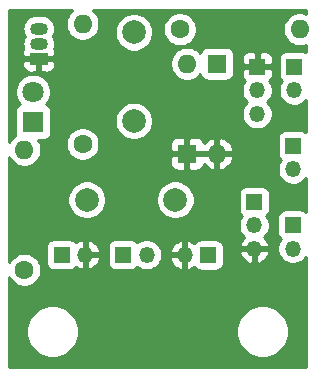
<source format=gbr>
%TF.GenerationSoftware,KiCad,Pcbnew,(5.1.6)-1*%
%TF.CreationDate,2020-10-05T12:27:53-05:00*%
%TF.ProjectId,Distortion,44697374-6f72-4746-996f-6e2e6b696361,rev?*%
%TF.SameCoordinates,Original*%
%TF.FileFunction,Copper,L2,Bot*%
%TF.FilePolarity,Positive*%
%FSLAX46Y46*%
G04 Gerber Fmt 4.6, Leading zero omitted, Abs format (unit mm)*
G04 Created by KiCad (PCBNEW (5.1.6)-1) date 2020-10-05 12:27:53*
%MOMM*%
%LPD*%
G01*
G04 APERTURE LIST*
%TA.AperFunction,ComponentPad*%
%ADD10O,1.350000X1.350000*%
%TD*%
%TA.AperFunction,ComponentPad*%
%ADD11R,1.350000X1.350000*%
%TD*%
%TA.AperFunction,ComponentPad*%
%ADD12C,2.000000*%
%TD*%
%TA.AperFunction,ComponentPad*%
%ADD13R,1.600000X1.600000*%
%TD*%
%TA.AperFunction,ComponentPad*%
%ADD14O,1.600000X1.600000*%
%TD*%
%TA.AperFunction,ComponentPad*%
%ADD15O,1.500000X1.050000*%
%TD*%
%TA.AperFunction,ComponentPad*%
%ADD16R,1.500000X1.050000*%
%TD*%
%TA.AperFunction,ComponentPad*%
%ADD17C,1.600000*%
%TD*%
%TA.AperFunction,ComponentPad*%
%ADD18R,1.800000X1.800000*%
%TD*%
%TA.AperFunction,ComponentPad*%
%ADD19C,1.800000*%
%TD*%
%TA.AperFunction,Conductor*%
%ADD20C,0.254000*%
%TD*%
G04 APERTURE END LIST*
D10*
%TO.P,Pot2,3*%
%TO.N,GND*%
X144068800Y-105396800D03*
%TO.P,Pot2,2*%
%TO.N,Net-(Pot2-Pad2)*%
X144068800Y-103396800D03*
D11*
%TO.P,Pot2,1*%
%TO.N,Net-(C2-Pad1)*%
X144068800Y-101396800D03*
%TD*%
%TO.P,BT1,1*%
%TO.N,Net-(BT1-Pad1)*%
X147447000Y-89966800D03*
D10*
%TO.P,BT1,2*%
%TO.N,Net-(BT1-Pad2)*%
X147447000Y-91966800D03*
%TD*%
D12*
%TO.P,C1,2*%
%TO.N,Net-(C1-Pad2)*%
X137395600Y-101244400D03*
%TO.P,C1,1*%
%TO.N,Net-(C1-Pad1)*%
X129895600Y-101244400D03*
%TD*%
%TO.P,C2,1*%
%TO.N,Net-(C2-Pad1)*%
X133883400Y-94564200D03*
%TO.P,C2,2*%
%TO.N,Net-(C2-Pad2)*%
X133883400Y-87064200D03*
%TD*%
D13*
%TO.P,D1,1*%
%TO.N,Net-(C2-Pad1)*%
X140919200Y-89712800D03*
D14*
%TO.P,D1,2*%
%TO.N,GND*%
X140919200Y-97332800D03*
%TD*%
%TO.P,D2,2*%
%TO.N,Net-(C2-Pad1)*%
X138379200Y-89712800D03*
D13*
%TO.P,D2,1*%
%TO.N,GND*%
X138379200Y-97332800D03*
%TD*%
D11*
%TO.P,J1,1*%
%TO.N,GND*%
X144322800Y-89966800D03*
D10*
%TO.P,J1,2*%
%TO.N,Net-(BT1-Pad2)*%
X144322800Y-91966800D03*
%TO.P,J1,3*%
%TO.N,Net-(J1-Pad3)*%
X144322800Y-93966800D03*
%TD*%
D11*
%TO.P,J2,1*%
%TO.N,Net-(J2-Pad1)*%
X140182600Y-105918000D03*
D10*
%TO.P,J2,2*%
%TO.N,GND*%
X138182600Y-105918000D03*
%TD*%
D15*
%TO.P,Q1,2*%
%TO.N,Net-(C1-Pad1)*%
X125831600Y-88036400D03*
%TO.P,Q1,3*%
%TO.N,Net-(C2-Pad2)*%
X125831600Y-86766400D03*
D16*
%TO.P,Q1,1*%
%TO.N,GND*%
X125831600Y-89306400D03*
%TD*%
D14*
%TO.P,R1,2*%
%TO.N,Net-(C2-Pad2)*%
X129540000Y-86360000D03*
D17*
%TO.P,R1,1*%
%TO.N,Net-(C1-Pad1)*%
X129540000Y-96520000D03*
%TD*%
%TO.P,R2,1*%
%TO.N,Net-(C2-Pad2)*%
X137769600Y-86817200D03*
D14*
%TO.P,R2,2*%
%TO.N,Net-(BT1-Pad1)*%
X147929600Y-86817200D03*
%TD*%
D11*
%TO.P,Pot1,1*%
%TO.N,Net-(C1-Pad2)*%
X132969000Y-105892600D03*
D10*
%TO.P,Pot1,2*%
%TO.N,Net-(Pot1-Pad2)*%
X134969000Y-105892600D03*
%TD*%
%TO.P,SW1,2*%
%TO.N,Net-(Pot1-Pad2)*%
X147370800Y-98672400D03*
D11*
%TO.P,SW1,1*%
%TO.N,Net-(J1-Pad3)*%
X147370800Y-96672400D03*
%TD*%
D10*
%TO.P,SW2,2*%
%TO.N,Net-(J2-Pad1)*%
X147345400Y-105378000D03*
D11*
%TO.P,SW2,1*%
%TO.N,Net-(Pot2-Pad2)*%
X147345400Y-103378000D03*
%TD*%
D18*
%TO.P,D3,1*%
%TO.N,Net-(D3-Pad1)*%
X125349000Y-94640400D03*
D19*
%TO.P,D3,2*%
%TO.N,Net-(D3-Pad2)*%
X125349000Y-92100400D03*
%TD*%
D17*
%TO.P,R3,1*%
%TO.N,Net-(BT1-Pad1)*%
X124612400Y-107162600D03*
D14*
%TO.P,R3,2*%
%TO.N,Net-(D3-Pad2)*%
X124612400Y-97002600D03*
%TD*%
D11*
%TO.P,SW3,1*%
%TO.N,Net-(D3-Pad1)*%
X127762000Y-105892600D03*
D10*
%TO.P,SW3,2*%
%TO.N,GND*%
X129762000Y-105892600D03*
%TD*%
D20*
%TO.N,GND*%
G36*
X128625241Y-85245363D02*
G01*
X128425363Y-85445241D01*
X128268320Y-85680273D01*
X128160147Y-85941426D01*
X128105000Y-86218665D01*
X128105000Y-86501335D01*
X128160147Y-86778574D01*
X128268320Y-87039727D01*
X128425363Y-87274759D01*
X128625241Y-87474637D01*
X128860273Y-87631680D01*
X129121426Y-87739853D01*
X129398665Y-87795000D01*
X129681335Y-87795000D01*
X129958574Y-87739853D01*
X130219727Y-87631680D01*
X130454759Y-87474637D01*
X130654637Y-87274759D01*
X130811680Y-87039727D01*
X130868244Y-86903167D01*
X132248400Y-86903167D01*
X132248400Y-87225233D01*
X132311232Y-87541112D01*
X132434482Y-87838663D01*
X132613413Y-88106452D01*
X132841148Y-88334187D01*
X133108937Y-88513118D01*
X133406488Y-88636368D01*
X133722367Y-88699200D01*
X134044433Y-88699200D01*
X134360312Y-88636368D01*
X134657863Y-88513118D01*
X134925652Y-88334187D01*
X135153387Y-88106452D01*
X135332318Y-87838663D01*
X135455568Y-87541112D01*
X135518400Y-87225233D01*
X135518400Y-86903167D01*
X135473187Y-86675865D01*
X136334600Y-86675865D01*
X136334600Y-86958535D01*
X136389747Y-87235774D01*
X136497920Y-87496927D01*
X136654963Y-87731959D01*
X136854841Y-87931837D01*
X137089873Y-88088880D01*
X137351026Y-88197053D01*
X137628265Y-88252200D01*
X137910935Y-88252200D01*
X138188174Y-88197053D01*
X138449327Y-88088880D01*
X138684359Y-87931837D01*
X138884237Y-87731959D01*
X139041280Y-87496927D01*
X139149453Y-87235774D01*
X139204600Y-86958535D01*
X139204600Y-86675865D01*
X139149453Y-86398626D01*
X139041280Y-86137473D01*
X138884237Y-85902441D01*
X138684359Y-85702563D01*
X138449327Y-85545520D01*
X138188174Y-85437347D01*
X137910935Y-85382200D01*
X137628265Y-85382200D01*
X137351026Y-85437347D01*
X137089873Y-85545520D01*
X136854841Y-85702563D01*
X136654963Y-85902441D01*
X136497920Y-86137473D01*
X136389747Y-86398626D01*
X136334600Y-86675865D01*
X135473187Y-86675865D01*
X135455568Y-86587288D01*
X135332318Y-86289737D01*
X135153387Y-86021948D01*
X134925652Y-85794213D01*
X134657863Y-85615282D01*
X134360312Y-85492032D01*
X134044433Y-85429200D01*
X133722367Y-85429200D01*
X133406488Y-85492032D01*
X133108937Y-85615282D01*
X132841148Y-85794213D01*
X132613413Y-86021948D01*
X132434482Y-86289737D01*
X132311232Y-86587288D01*
X132248400Y-86903167D01*
X130868244Y-86903167D01*
X130919853Y-86778574D01*
X130975000Y-86501335D01*
X130975000Y-86218665D01*
X130919853Y-85941426D01*
X130811680Y-85680273D01*
X130654637Y-85445241D01*
X130454759Y-85245363D01*
X130412311Y-85217000D01*
X148463000Y-85217000D01*
X148463000Y-85484909D01*
X148348174Y-85437347D01*
X148070935Y-85382200D01*
X147788265Y-85382200D01*
X147511026Y-85437347D01*
X147249873Y-85545520D01*
X147014841Y-85702563D01*
X146814963Y-85902441D01*
X146657920Y-86137473D01*
X146549747Y-86398626D01*
X146494600Y-86675865D01*
X146494600Y-86958535D01*
X146549747Y-87235774D01*
X146657920Y-87496927D01*
X146814963Y-87731959D01*
X147014841Y-87931837D01*
X147249873Y-88088880D01*
X147511026Y-88197053D01*
X147788265Y-88252200D01*
X148070935Y-88252200D01*
X148348174Y-88197053D01*
X148463000Y-88149491D01*
X148463000Y-88754050D01*
X148366180Y-88702298D01*
X148246482Y-88665988D01*
X148122000Y-88653728D01*
X146772000Y-88653728D01*
X146647518Y-88665988D01*
X146527820Y-88702298D01*
X146417506Y-88761263D01*
X146320815Y-88840615D01*
X146241463Y-88937306D01*
X146182498Y-89047620D01*
X146146188Y-89167318D01*
X146133928Y-89291800D01*
X146133928Y-90641800D01*
X146146188Y-90766282D01*
X146182498Y-90885980D01*
X146241463Y-90996294D01*
X146320815Y-91092985D01*
X146407697Y-91164287D01*
X146286093Y-91346282D01*
X146187342Y-91584687D01*
X146137000Y-91837776D01*
X146137000Y-92095824D01*
X146187342Y-92348913D01*
X146286093Y-92587318D01*
X146429456Y-92801877D01*
X146611923Y-92984344D01*
X146826482Y-93127707D01*
X147064887Y-93226458D01*
X147317976Y-93276800D01*
X147576024Y-93276800D01*
X147829113Y-93226458D01*
X148067518Y-93127707D01*
X148282077Y-92984344D01*
X148463000Y-92803421D01*
X148463000Y-95518324D01*
X148400294Y-95466863D01*
X148289980Y-95407898D01*
X148170282Y-95371588D01*
X148045800Y-95359328D01*
X146695800Y-95359328D01*
X146571318Y-95371588D01*
X146451620Y-95407898D01*
X146341306Y-95466863D01*
X146244615Y-95546215D01*
X146165263Y-95642906D01*
X146106298Y-95753220D01*
X146069988Y-95872918D01*
X146057728Y-95997400D01*
X146057728Y-97347400D01*
X146069988Y-97471882D01*
X146106298Y-97591580D01*
X146165263Y-97701894D01*
X146244615Y-97798585D01*
X146331497Y-97869887D01*
X146209893Y-98051882D01*
X146111142Y-98290287D01*
X146060800Y-98543376D01*
X146060800Y-98801424D01*
X146111142Y-99054513D01*
X146209893Y-99292918D01*
X146353256Y-99507477D01*
X146535723Y-99689944D01*
X146750282Y-99833307D01*
X146988687Y-99932058D01*
X147241776Y-99982400D01*
X147499824Y-99982400D01*
X147752913Y-99932058D01*
X147991318Y-99833307D01*
X148205877Y-99689944D01*
X148388344Y-99507477D01*
X148463000Y-99395746D01*
X148463000Y-102244769D01*
X148374894Y-102172463D01*
X148264580Y-102113498D01*
X148144882Y-102077188D01*
X148020400Y-102064928D01*
X146670400Y-102064928D01*
X146545918Y-102077188D01*
X146426220Y-102113498D01*
X146315906Y-102172463D01*
X146219215Y-102251815D01*
X146139863Y-102348506D01*
X146080898Y-102458820D01*
X146044588Y-102578518D01*
X146032328Y-102703000D01*
X146032328Y-104053000D01*
X146044588Y-104177482D01*
X146080898Y-104297180D01*
X146139863Y-104407494D01*
X146219215Y-104504185D01*
X146306097Y-104575487D01*
X146184493Y-104757482D01*
X146085742Y-104995887D01*
X146035400Y-105248976D01*
X146035400Y-105507024D01*
X146085742Y-105760113D01*
X146184493Y-105998518D01*
X146327856Y-106213077D01*
X146510323Y-106395544D01*
X146724882Y-106538907D01*
X146963287Y-106637658D01*
X147216376Y-106688000D01*
X147474424Y-106688000D01*
X147727513Y-106637658D01*
X147965918Y-106538907D01*
X148180477Y-106395544D01*
X148362944Y-106213077D01*
X148463000Y-106063332D01*
X148463000Y-115443000D01*
X123317000Y-115443000D01*
X123317000Y-112174872D01*
X124765000Y-112174872D01*
X124765000Y-112615128D01*
X124850890Y-113046925D01*
X125019369Y-113453669D01*
X125263962Y-113819729D01*
X125575271Y-114131038D01*
X125941331Y-114375631D01*
X126348075Y-114544110D01*
X126779872Y-114630000D01*
X127220128Y-114630000D01*
X127651925Y-114544110D01*
X128058669Y-114375631D01*
X128424729Y-114131038D01*
X128736038Y-113819729D01*
X128980631Y-113453669D01*
X129149110Y-113046925D01*
X129235000Y-112615128D01*
X129235000Y-112174872D01*
X142545000Y-112174872D01*
X142545000Y-112615128D01*
X142630890Y-113046925D01*
X142799369Y-113453669D01*
X143043962Y-113819729D01*
X143355271Y-114131038D01*
X143721331Y-114375631D01*
X144128075Y-114544110D01*
X144559872Y-114630000D01*
X145000128Y-114630000D01*
X145431925Y-114544110D01*
X145838669Y-114375631D01*
X146204729Y-114131038D01*
X146516038Y-113819729D01*
X146760631Y-113453669D01*
X146929110Y-113046925D01*
X147015000Y-112615128D01*
X147015000Y-112174872D01*
X146929110Y-111743075D01*
X146760631Y-111336331D01*
X146516038Y-110970271D01*
X146204729Y-110658962D01*
X145838669Y-110414369D01*
X145431925Y-110245890D01*
X145000128Y-110160000D01*
X144559872Y-110160000D01*
X144128075Y-110245890D01*
X143721331Y-110414369D01*
X143355271Y-110658962D01*
X143043962Y-110970271D01*
X142799369Y-111336331D01*
X142630890Y-111743075D01*
X142545000Y-112174872D01*
X129235000Y-112174872D01*
X129149110Y-111743075D01*
X128980631Y-111336331D01*
X128736038Y-110970271D01*
X128424729Y-110658962D01*
X128058669Y-110414369D01*
X127651925Y-110245890D01*
X127220128Y-110160000D01*
X126779872Y-110160000D01*
X126348075Y-110245890D01*
X125941331Y-110414369D01*
X125575271Y-110658962D01*
X125263962Y-110970271D01*
X125019369Y-111336331D01*
X124850890Y-111743075D01*
X124765000Y-112174872D01*
X123317000Y-112174872D01*
X123317000Y-107785062D01*
X123340720Y-107842327D01*
X123497763Y-108077359D01*
X123697641Y-108277237D01*
X123932673Y-108434280D01*
X124193826Y-108542453D01*
X124471065Y-108597600D01*
X124753735Y-108597600D01*
X125030974Y-108542453D01*
X125292127Y-108434280D01*
X125527159Y-108277237D01*
X125727037Y-108077359D01*
X125884080Y-107842327D01*
X125992253Y-107581174D01*
X126047400Y-107303935D01*
X126047400Y-107021265D01*
X125992253Y-106744026D01*
X125884080Y-106482873D01*
X125727037Y-106247841D01*
X125527159Y-106047963D01*
X125292127Y-105890920D01*
X125030974Y-105782747D01*
X124753735Y-105727600D01*
X124471065Y-105727600D01*
X124193826Y-105782747D01*
X123932673Y-105890920D01*
X123697641Y-106047963D01*
X123497763Y-106247841D01*
X123340720Y-106482873D01*
X123317000Y-106540138D01*
X123317000Y-105217600D01*
X126448928Y-105217600D01*
X126448928Y-106567600D01*
X126461188Y-106692082D01*
X126497498Y-106811780D01*
X126556463Y-106922094D01*
X126635815Y-107018785D01*
X126732506Y-107098137D01*
X126842820Y-107157102D01*
X126962518Y-107193412D01*
X127087000Y-107205672D01*
X128437000Y-107205672D01*
X128561482Y-107193412D01*
X128681180Y-107157102D01*
X128791494Y-107098137D01*
X128888185Y-107018785D01*
X128965119Y-106925041D01*
X129098371Y-107022073D01*
X129331472Y-107129838D01*
X129432600Y-107160510D01*
X129635000Y-107036824D01*
X129635000Y-106019600D01*
X129889000Y-106019600D01*
X129889000Y-107036824D01*
X130091400Y-107160510D01*
X130192528Y-107129838D01*
X130425629Y-107022073D01*
X130633227Y-106870903D01*
X130807344Y-106682137D01*
X130941289Y-106463030D01*
X131029915Y-106222001D01*
X130907085Y-106019600D01*
X129889000Y-106019600D01*
X129635000Y-106019600D01*
X129615000Y-106019600D01*
X129615000Y-105765600D01*
X129635000Y-105765600D01*
X129635000Y-104748376D01*
X129889000Y-104748376D01*
X129889000Y-105765600D01*
X130907085Y-105765600D01*
X131029915Y-105563199D01*
X130941289Y-105322170D01*
X130877364Y-105217600D01*
X131655928Y-105217600D01*
X131655928Y-106567600D01*
X131668188Y-106692082D01*
X131704498Y-106811780D01*
X131763463Y-106922094D01*
X131842815Y-107018785D01*
X131939506Y-107098137D01*
X132049820Y-107157102D01*
X132169518Y-107193412D01*
X132294000Y-107205672D01*
X133644000Y-107205672D01*
X133768482Y-107193412D01*
X133888180Y-107157102D01*
X133998494Y-107098137D01*
X134095185Y-107018785D01*
X134166487Y-106931903D01*
X134348482Y-107053507D01*
X134586887Y-107152258D01*
X134839976Y-107202600D01*
X135098024Y-107202600D01*
X135351113Y-107152258D01*
X135589518Y-107053507D01*
X135804077Y-106910144D01*
X135986544Y-106727677D01*
X136129907Y-106513118D01*
X136228658Y-106274713D01*
X136234090Y-106247401D01*
X136914685Y-106247401D01*
X137003311Y-106488430D01*
X137137256Y-106707537D01*
X137311373Y-106896303D01*
X137518971Y-107047473D01*
X137752072Y-107155238D01*
X137853200Y-107185910D01*
X138055600Y-107062224D01*
X138055600Y-106045000D01*
X137037515Y-106045000D01*
X136914685Y-106247401D01*
X136234090Y-106247401D01*
X136279000Y-106021624D01*
X136279000Y-105763576D01*
X136244196Y-105588599D01*
X136914685Y-105588599D01*
X137037515Y-105791000D01*
X138055600Y-105791000D01*
X138055600Y-104773776D01*
X138309600Y-104773776D01*
X138309600Y-105791000D01*
X138329600Y-105791000D01*
X138329600Y-106045000D01*
X138309600Y-106045000D01*
X138309600Y-107062224D01*
X138512000Y-107185910D01*
X138613128Y-107155238D01*
X138846229Y-107047473D01*
X138979481Y-106950441D01*
X139056415Y-107044185D01*
X139153106Y-107123537D01*
X139263420Y-107182502D01*
X139383118Y-107218812D01*
X139507600Y-107231072D01*
X140857600Y-107231072D01*
X140982082Y-107218812D01*
X141101780Y-107182502D01*
X141212094Y-107123537D01*
X141308785Y-107044185D01*
X141388137Y-106947494D01*
X141447102Y-106837180D01*
X141483412Y-106717482D01*
X141495672Y-106593000D01*
X141495672Y-105726200D01*
X142800890Y-105726200D01*
X142831562Y-105827328D01*
X142939327Y-106060429D01*
X143090497Y-106268027D01*
X143279263Y-106442144D01*
X143498370Y-106576089D01*
X143739399Y-106664715D01*
X143941800Y-106541885D01*
X143941800Y-105523800D01*
X144195800Y-105523800D01*
X144195800Y-106541885D01*
X144398201Y-106664715D01*
X144639230Y-106576089D01*
X144858337Y-106442144D01*
X145047103Y-106268027D01*
X145198273Y-106060429D01*
X145306038Y-105827328D01*
X145336710Y-105726200D01*
X145213024Y-105523800D01*
X144195800Y-105523800D01*
X143941800Y-105523800D01*
X142924576Y-105523800D01*
X142800890Y-105726200D01*
X141495672Y-105726200D01*
X141495672Y-105243000D01*
X141483412Y-105118518D01*
X141447102Y-104998820D01*
X141388137Y-104888506D01*
X141308785Y-104791815D01*
X141212094Y-104712463D01*
X141101780Y-104653498D01*
X140982082Y-104617188D01*
X140857600Y-104604928D01*
X139507600Y-104604928D01*
X139383118Y-104617188D01*
X139263420Y-104653498D01*
X139153106Y-104712463D01*
X139056415Y-104791815D01*
X138979481Y-104885559D01*
X138846229Y-104788527D01*
X138613128Y-104680762D01*
X138512000Y-104650090D01*
X138309600Y-104773776D01*
X138055600Y-104773776D01*
X137853200Y-104650090D01*
X137752072Y-104680762D01*
X137518971Y-104788527D01*
X137311373Y-104939697D01*
X137137256Y-105128463D01*
X137003311Y-105347570D01*
X136914685Y-105588599D01*
X136244196Y-105588599D01*
X136228658Y-105510487D01*
X136129907Y-105272082D01*
X135986544Y-105057523D01*
X135804077Y-104875056D01*
X135589518Y-104731693D01*
X135351113Y-104632942D01*
X135098024Y-104582600D01*
X134839976Y-104582600D01*
X134586887Y-104632942D01*
X134348482Y-104731693D01*
X134166487Y-104853297D01*
X134095185Y-104766415D01*
X133998494Y-104687063D01*
X133888180Y-104628098D01*
X133768482Y-104591788D01*
X133644000Y-104579528D01*
X132294000Y-104579528D01*
X132169518Y-104591788D01*
X132049820Y-104628098D01*
X131939506Y-104687063D01*
X131842815Y-104766415D01*
X131763463Y-104863106D01*
X131704498Y-104973420D01*
X131668188Y-105093118D01*
X131655928Y-105217600D01*
X130877364Y-105217600D01*
X130807344Y-105103063D01*
X130633227Y-104914297D01*
X130425629Y-104763127D01*
X130192528Y-104655362D01*
X130091400Y-104624690D01*
X129889000Y-104748376D01*
X129635000Y-104748376D01*
X129432600Y-104624690D01*
X129331472Y-104655362D01*
X129098371Y-104763127D01*
X128965119Y-104860159D01*
X128888185Y-104766415D01*
X128791494Y-104687063D01*
X128681180Y-104628098D01*
X128561482Y-104591788D01*
X128437000Y-104579528D01*
X127087000Y-104579528D01*
X126962518Y-104591788D01*
X126842820Y-104628098D01*
X126732506Y-104687063D01*
X126635815Y-104766415D01*
X126556463Y-104863106D01*
X126497498Y-104973420D01*
X126461188Y-105093118D01*
X126448928Y-105217600D01*
X123317000Y-105217600D01*
X123317000Y-101083367D01*
X128260600Y-101083367D01*
X128260600Y-101405433D01*
X128323432Y-101721312D01*
X128446682Y-102018863D01*
X128625613Y-102286652D01*
X128853348Y-102514387D01*
X129121137Y-102693318D01*
X129418688Y-102816568D01*
X129734567Y-102879400D01*
X130056633Y-102879400D01*
X130372512Y-102816568D01*
X130670063Y-102693318D01*
X130937852Y-102514387D01*
X131165587Y-102286652D01*
X131344518Y-102018863D01*
X131467768Y-101721312D01*
X131530600Y-101405433D01*
X131530600Y-101083367D01*
X135760600Y-101083367D01*
X135760600Y-101405433D01*
X135823432Y-101721312D01*
X135946682Y-102018863D01*
X136125613Y-102286652D01*
X136353348Y-102514387D01*
X136621137Y-102693318D01*
X136918688Y-102816568D01*
X137234567Y-102879400D01*
X137556633Y-102879400D01*
X137872512Y-102816568D01*
X138170063Y-102693318D01*
X138437852Y-102514387D01*
X138665587Y-102286652D01*
X138844518Y-102018863D01*
X138967768Y-101721312D01*
X139030600Y-101405433D01*
X139030600Y-101083367D01*
X138967768Y-100767488D01*
X138948844Y-100721800D01*
X142755728Y-100721800D01*
X142755728Y-102071800D01*
X142767988Y-102196282D01*
X142804298Y-102315980D01*
X142863263Y-102426294D01*
X142942615Y-102522985D01*
X143029497Y-102594287D01*
X142907893Y-102776282D01*
X142809142Y-103014687D01*
X142758800Y-103267776D01*
X142758800Y-103525824D01*
X142809142Y-103778913D01*
X142907893Y-104017318D01*
X143051256Y-104231877D01*
X143222860Y-104403481D01*
X143090497Y-104525573D01*
X142939327Y-104733171D01*
X142831562Y-104966272D01*
X142800890Y-105067400D01*
X142924576Y-105269800D01*
X143941800Y-105269800D01*
X143941800Y-105249800D01*
X144195800Y-105249800D01*
X144195800Y-105269800D01*
X145213024Y-105269800D01*
X145336710Y-105067400D01*
X145306038Y-104966272D01*
X145198273Y-104733171D01*
X145047103Y-104525573D01*
X144914740Y-104403481D01*
X145086344Y-104231877D01*
X145229707Y-104017318D01*
X145328458Y-103778913D01*
X145378800Y-103525824D01*
X145378800Y-103267776D01*
X145328458Y-103014687D01*
X145229707Y-102776282D01*
X145108103Y-102594287D01*
X145194985Y-102522985D01*
X145274337Y-102426294D01*
X145333302Y-102315980D01*
X145369612Y-102196282D01*
X145381872Y-102071800D01*
X145381872Y-100721800D01*
X145369612Y-100597318D01*
X145333302Y-100477620D01*
X145274337Y-100367306D01*
X145194985Y-100270615D01*
X145098294Y-100191263D01*
X144987980Y-100132298D01*
X144868282Y-100095988D01*
X144743800Y-100083728D01*
X143393800Y-100083728D01*
X143269318Y-100095988D01*
X143149620Y-100132298D01*
X143039306Y-100191263D01*
X142942615Y-100270615D01*
X142863263Y-100367306D01*
X142804298Y-100477620D01*
X142767988Y-100597318D01*
X142755728Y-100721800D01*
X138948844Y-100721800D01*
X138844518Y-100469937D01*
X138665587Y-100202148D01*
X138437852Y-99974413D01*
X138170063Y-99795482D01*
X137872512Y-99672232D01*
X137556633Y-99609400D01*
X137234567Y-99609400D01*
X136918688Y-99672232D01*
X136621137Y-99795482D01*
X136353348Y-99974413D01*
X136125613Y-100202148D01*
X135946682Y-100469937D01*
X135823432Y-100767488D01*
X135760600Y-101083367D01*
X131530600Y-101083367D01*
X131467768Y-100767488D01*
X131344518Y-100469937D01*
X131165587Y-100202148D01*
X130937852Y-99974413D01*
X130670063Y-99795482D01*
X130372512Y-99672232D01*
X130056633Y-99609400D01*
X129734567Y-99609400D01*
X129418688Y-99672232D01*
X129121137Y-99795482D01*
X128853348Y-99974413D01*
X128625613Y-100202148D01*
X128446682Y-100469937D01*
X128323432Y-100767488D01*
X128260600Y-101083367D01*
X123317000Y-101083367D01*
X123317000Y-97625062D01*
X123340720Y-97682327D01*
X123497763Y-97917359D01*
X123697641Y-98117237D01*
X123932673Y-98274280D01*
X124193826Y-98382453D01*
X124471065Y-98437600D01*
X124753735Y-98437600D01*
X125030974Y-98382453D01*
X125292127Y-98274280D01*
X125503867Y-98132800D01*
X136941128Y-98132800D01*
X136953388Y-98257282D01*
X136989698Y-98376980D01*
X137048663Y-98487294D01*
X137128015Y-98583985D01*
X137224706Y-98663337D01*
X137335020Y-98722302D01*
X137454718Y-98758612D01*
X137579200Y-98770872D01*
X138093450Y-98767800D01*
X138252200Y-98609050D01*
X138252200Y-97459800D01*
X138506200Y-97459800D01*
X138506200Y-98609050D01*
X138664950Y-98767800D01*
X139179200Y-98770872D01*
X139303682Y-98758612D01*
X139423380Y-98722302D01*
X139533694Y-98663337D01*
X139630385Y-98583985D01*
X139709737Y-98487294D01*
X139768702Y-98376980D01*
X139805012Y-98257282D01*
X139807431Y-98232720D01*
X139955786Y-98396319D01*
X140181780Y-98563837D01*
X140436113Y-98684046D01*
X140570161Y-98724704D01*
X140792200Y-98602715D01*
X140792200Y-97459800D01*
X141046200Y-97459800D01*
X141046200Y-98602715D01*
X141268239Y-98724704D01*
X141402287Y-98684046D01*
X141656620Y-98563837D01*
X141882614Y-98396319D01*
X142071585Y-98187931D01*
X142216270Y-97946681D01*
X142311109Y-97681840D01*
X142189824Y-97459800D01*
X141046200Y-97459800D01*
X140792200Y-97459800D01*
X138506200Y-97459800D01*
X138252200Y-97459800D01*
X137102950Y-97459800D01*
X136944200Y-97618550D01*
X136941128Y-98132800D01*
X125503867Y-98132800D01*
X125527159Y-98117237D01*
X125727037Y-97917359D01*
X125884080Y-97682327D01*
X125992253Y-97421174D01*
X126047400Y-97143935D01*
X126047400Y-96861265D01*
X125992253Y-96584026D01*
X125907190Y-96378665D01*
X128105000Y-96378665D01*
X128105000Y-96661335D01*
X128160147Y-96938574D01*
X128268320Y-97199727D01*
X128425363Y-97434759D01*
X128625241Y-97634637D01*
X128860273Y-97791680D01*
X129121426Y-97899853D01*
X129398665Y-97955000D01*
X129681335Y-97955000D01*
X129958574Y-97899853D01*
X130219727Y-97791680D01*
X130454759Y-97634637D01*
X130654637Y-97434759D01*
X130811680Y-97199727D01*
X130919853Y-96938574D01*
X130975000Y-96661335D01*
X130975000Y-96532800D01*
X136941128Y-96532800D01*
X136944200Y-97047050D01*
X137102950Y-97205800D01*
X138252200Y-97205800D01*
X138252200Y-96056550D01*
X138506200Y-96056550D01*
X138506200Y-97205800D01*
X140792200Y-97205800D01*
X140792200Y-96062885D01*
X141046200Y-96062885D01*
X141046200Y-97205800D01*
X142189824Y-97205800D01*
X142311109Y-96983760D01*
X142216270Y-96718919D01*
X142071585Y-96477669D01*
X141882614Y-96269281D01*
X141656620Y-96101763D01*
X141402287Y-95981554D01*
X141268239Y-95940896D01*
X141046200Y-96062885D01*
X140792200Y-96062885D01*
X140570161Y-95940896D01*
X140436113Y-95981554D01*
X140181780Y-96101763D01*
X139955786Y-96269281D01*
X139807431Y-96432880D01*
X139805012Y-96408318D01*
X139768702Y-96288620D01*
X139709737Y-96178306D01*
X139630385Y-96081615D01*
X139533694Y-96002263D01*
X139423380Y-95943298D01*
X139303682Y-95906988D01*
X139179200Y-95894728D01*
X138664950Y-95897800D01*
X138506200Y-96056550D01*
X138252200Y-96056550D01*
X138093450Y-95897800D01*
X137579200Y-95894728D01*
X137454718Y-95906988D01*
X137335020Y-95943298D01*
X137224706Y-96002263D01*
X137128015Y-96081615D01*
X137048663Y-96178306D01*
X136989698Y-96288620D01*
X136953388Y-96408318D01*
X136941128Y-96532800D01*
X130975000Y-96532800D01*
X130975000Y-96378665D01*
X130919853Y-96101426D01*
X130811680Y-95840273D01*
X130654637Y-95605241D01*
X130454759Y-95405363D01*
X130219727Y-95248320D01*
X129958574Y-95140147D01*
X129681335Y-95085000D01*
X129398665Y-95085000D01*
X129121426Y-95140147D01*
X128860273Y-95248320D01*
X128625241Y-95405363D01*
X128425363Y-95605241D01*
X128268320Y-95840273D01*
X128160147Y-96101426D01*
X128105000Y-96378665D01*
X125907190Y-96378665D01*
X125884080Y-96322873D01*
X125787595Y-96178472D01*
X126249000Y-96178472D01*
X126373482Y-96166212D01*
X126493180Y-96129902D01*
X126603494Y-96070937D01*
X126700185Y-95991585D01*
X126779537Y-95894894D01*
X126838502Y-95784580D01*
X126874812Y-95664882D01*
X126887072Y-95540400D01*
X126887072Y-94403167D01*
X132248400Y-94403167D01*
X132248400Y-94725233D01*
X132311232Y-95041112D01*
X132434482Y-95338663D01*
X132613413Y-95606452D01*
X132841148Y-95834187D01*
X133108937Y-96013118D01*
X133406488Y-96136368D01*
X133722367Y-96199200D01*
X134044433Y-96199200D01*
X134360312Y-96136368D01*
X134657863Y-96013118D01*
X134925652Y-95834187D01*
X135153387Y-95606452D01*
X135332318Y-95338663D01*
X135455568Y-95041112D01*
X135518400Y-94725233D01*
X135518400Y-94403167D01*
X135455568Y-94087288D01*
X135332318Y-93789737D01*
X135153387Y-93521948D01*
X134925652Y-93294213D01*
X134657863Y-93115282D01*
X134360312Y-92992032D01*
X134044433Y-92929200D01*
X133722367Y-92929200D01*
X133406488Y-92992032D01*
X133108937Y-93115282D01*
X132841148Y-93294213D01*
X132613413Y-93521948D01*
X132434482Y-93789737D01*
X132311232Y-94087288D01*
X132248400Y-94403167D01*
X126887072Y-94403167D01*
X126887072Y-93740400D01*
X126874812Y-93615918D01*
X126838502Y-93496220D01*
X126779537Y-93385906D01*
X126700185Y-93289215D01*
X126603494Y-93209863D01*
X126493180Y-93150898D01*
X126474873Y-93145344D01*
X126541312Y-93078905D01*
X126709299Y-92827495D01*
X126825011Y-92548143D01*
X126884000Y-92251584D01*
X126884000Y-91949216D01*
X126825011Y-91652657D01*
X126709299Y-91373305D01*
X126541312Y-91121895D01*
X126327505Y-90908088D01*
X126076095Y-90740101D01*
X125796743Y-90624389D01*
X125500184Y-90565400D01*
X125197816Y-90565400D01*
X124901257Y-90624389D01*
X124621905Y-90740101D01*
X124370495Y-90908088D01*
X124156688Y-91121895D01*
X123988701Y-91373305D01*
X123872989Y-91652657D01*
X123814000Y-91949216D01*
X123814000Y-92251584D01*
X123872989Y-92548143D01*
X123988701Y-92827495D01*
X124156688Y-93078905D01*
X124223127Y-93145344D01*
X124204820Y-93150898D01*
X124094506Y-93209863D01*
X123997815Y-93289215D01*
X123918463Y-93385906D01*
X123859498Y-93496220D01*
X123823188Y-93615918D01*
X123810928Y-93740400D01*
X123810928Y-95540400D01*
X123823188Y-95664882D01*
X123858296Y-95780617D01*
X123697641Y-95887963D01*
X123497763Y-96087841D01*
X123340720Y-96322873D01*
X123317000Y-96380138D01*
X123317000Y-89831400D01*
X124443528Y-89831400D01*
X124455788Y-89955882D01*
X124492098Y-90075580D01*
X124551063Y-90185894D01*
X124630415Y-90282585D01*
X124727106Y-90361937D01*
X124837420Y-90420902D01*
X124957118Y-90457212D01*
X125081600Y-90469472D01*
X125545850Y-90466400D01*
X125704600Y-90307650D01*
X125704600Y-89433400D01*
X125958600Y-89433400D01*
X125958600Y-90307650D01*
X126117350Y-90466400D01*
X126581600Y-90469472D01*
X126706082Y-90457212D01*
X126825780Y-90420902D01*
X126936094Y-90361937D01*
X127032785Y-90282585D01*
X127112137Y-90185894D01*
X127171102Y-90075580D01*
X127207412Y-89955882D01*
X127219672Y-89831400D01*
X127216600Y-89592150D01*
X127195915Y-89571465D01*
X136944200Y-89571465D01*
X136944200Y-89854135D01*
X136999347Y-90131374D01*
X137107520Y-90392527D01*
X137264563Y-90627559D01*
X137464441Y-90827437D01*
X137699473Y-90984480D01*
X137960626Y-91092653D01*
X138237865Y-91147800D01*
X138520535Y-91147800D01*
X138797774Y-91092653D01*
X139058927Y-90984480D01*
X139293959Y-90827437D01*
X139492557Y-90628839D01*
X139493388Y-90637282D01*
X139529698Y-90756980D01*
X139588663Y-90867294D01*
X139668015Y-90963985D01*
X139764706Y-91043337D01*
X139875020Y-91102302D01*
X139994718Y-91138612D01*
X140119200Y-91150872D01*
X141719200Y-91150872D01*
X141843682Y-91138612D01*
X141963380Y-91102302D01*
X142073694Y-91043337D01*
X142170385Y-90963985D01*
X142249737Y-90867294D01*
X142308702Y-90756980D01*
X142343641Y-90641800D01*
X143009728Y-90641800D01*
X143021988Y-90766282D01*
X143058298Y-90885980D01*
X143117263Y-90996294D01*
X143196615Y-91092985D01*
X143283497Y-91164287D01*
X143161893Y-91346282D01*
X143063142Y-91584687D01*
X143012800Y-91837776D01*
X143012800Y-92095824D01*
X143063142Y-92348913D01*
X143161893Y-92587318D01*
X143305256Y-92801877D01*
X143470179Y-92966800D01*
X143305256Y-93131723D01*
X143161893Y-93346282D01*
X143063142Y-93584687D01*
X143012800Y-93837776D01*
X143012800Y-94095824D01*
X143063142Y-94348913D01*
X143161893Y-94587318D01*
X143305256Y-94801877D01*
X143487723Y-94984344D01*
X143702282Y-95127707D01*
X143940687Y-95226458D01*
X144193776Y-95276800D01*
X144451824Y-95276800D01*
X144704913Y-95226458D01*
X144943318Y-95127707D01*
X145157877Y-94984344D01*
X145340344Y-94801877D01*
X145483707Y-94587318D01*
X145582458Y-94348913D01*
X145632800Y-94095824D01*
X145632800Y-93837776D01*
X145582458Y-93584687D01*
X145483707Y-93346282D01*
X145340344Y-93131723D01*
X145175421Y-92966800D01*
X145340344Y-92801877D01*
X145483707Y-92587318D01*
X145582458Y-92348913D01*
X145632800Y-92095824D01*
X145632800Y-91837776D01*
X145582458Y-91584687D01*
X145483707Y-91346282D01*
X145362103Y-91164287D01*
X145448985Y-91092985D01*
X145528337Y-90996294D01*
X145587302Y-90885980D01*
X145623612Y-90766282D01*
X145635872Y-90641800D01*
X145632800Y-90252550D01*
X145474050Y-90093800D01*
X144449800Y-90093800D01*
X144449800Y-90113800D01*
X144195800Y-90113800D01*
X144195800Y-90093800D01*
X143171550Y-90093800D01*
X143012800Y-90252550D01*
X143009728Y-90641800D01*
X142343641Y-90641800D01*
X142345012Y-90637282D01*
X142357272Y-90512800D01*
X142357272Y-89291800D01*
X143009728Y-89291800D01*
X143012800Y-89681050D01*
X143171550Y-89839800D01*
X144195800Y-89839800D01*
X144195800Y-88815550D01*
X144449800Y-88815550D01*
X144449800Y-89839800D01*
X145474050Y-89839800D01*
X145632800Y-89681050D01*
X145635872Y-89291800D01*
X145623612Y-89167318D01*
X145587302Y-89047620D01*
X145528337Y-88937306D01*
X145448985Y-88840615D01*
X145352294Y-88761263D01*
X145241980Y-88702298D01*
X145122282Y-88665988D01*
X144997800Y-88653728D01*
X144608550Y-88656800D01*
X144449800Y-88815550D01*
X144195800Y-88815550D01*
X144037050Y-88656800D01*
X143647800Y-88653728D01*
X143523318Y-88665988D01*
X143403620Y-88702298D01*
X143293306Y-88761263D01*
X143196615Y-88840615D01*
X143117263Y-88937306D01*
X143058298Y-89047620D01*
X143021988Y-89167318D01*
X143009728Y-89291800D01*
X142357272Y-89291800D01*
X142357272Y-88912800D01*
X142345012Y-88788318D01*
X142308702Y-88668620D01*
X142249737Y-88558306D01*
X142170385Y-88461615D01*
X142073694Y-88382263D01*
X141963380Y-88323298D01*
X141843682Y-88286988D01*
X141719200Y-88274728D01*
X140119200Y-88274728D01*
X139994718Y-88286988D01*
X139875020Y-88323298D01*
X139764706Y-88382263D01*
X139668015Y-88461615D01*
X139588663Y-88558306D01*
X139529698Y-88668620D01*
X139493388Y-88788318D01*
X139492557Y-88796761D01*
X139293959Y-88598163D01*
X139058927Y-88441120D01*
X138797774Y-88332947D01*
X138520535Y-88277800D01*
X138237865Y-88277800D01*
X137960626Y-88332947D01*
X137699473Y-88441120D01*
X137464441Y-88598163D01*
X137264563Y-88798041D01*
X137107520Y-89033073D01*
X136999347Y-89294226D01*
X136944200Y-89571465D01*
X127195915Y-89571465D01*
X127057850Y-89433400D01*
X125958600Y-89433400D01*
X125704600Y-89433400D01*
X124605350Y-89433400D01*
X124446600Y-89592150D01*
X124443528Y-89831400D01*
X123317000Y-89831400D01*
X123317000Y-86766400D01*
X124440988Y-86766400D01*
X124463385Y-86993800D01*
X124529715Y-87212460D01*
X124630705Y-87401400D01*
X124529715Y-87590340D01*
X124463385Y-87809000D01*
X124440988Y-88036400D01*
X124463385Y-88263800D01*
X124526693Y-88472498D01*
X124492098Y-88537220D01*
X124455788Y-88656918D01*
X124443528Y-88781400D01*
X124446600Y-89020650D01*
X124605350Y-89179400D01*
X125378491Y-89179400D01*
X125379200Y-89179615D01*
X125549621Y-89196400D01*
X126113579Y-89196400D01*
X126284000Y-89179615D01*
X126284709Y-89179400D01*
X127057850Y-89179400D01*
X127216600Y-89020650D01*
X127219672Y-88781400D01*
X127207412Y-88656918D01*
X127171102Y-88537220D01*
X127136507Y-88472498D01*
X127199815Y-88263800D01*
X127222212Y-88036400D01*
X127199815Y-87809000D01*
X127133485Y-87590340D01*
X127032495Y-87401400D01*
X127133485Y-87212460D01*
X127199815Y-86993800D01*
X127222212Y-86766400D01*
X127199815Y-86539000D01*
X127133485Y-86320340D01*
X127025771Y-86118821D01*
X126880812Y-85942188D01*
X126704179Y-85797229D01*
X126502660Y-85689515D01*
X126284000Y-85623185D01*
X126113579Y-85606400D01*
X125549621Y-85606400D01*
X125379200Y-85623185D01*
X125160540Y-85689515D01*
X124959021Y-85797229D01*
X124782388Y-85942188D01*
X124637429Y-86118821D01*
X124529715Y-86320340D01*
X124463385Y-86539000D01*
X124440988Y-86766400D01*
X123317000Y-86766400D01*
X123317000Y-85217000D01*
X128667689Y-85217000D01*
X128625241Y-85245363D01*
G37*
X128625241Y-85245363D02*
X128425363Y-85445241D01*
X128268320Y-85680273D01*
X128160147Y-85941426D01*
X128105000Y-86218665D01*
X128105000Y-86501335D01*
X128160147Y-86778574D01*
X128268320Y-87039727D01*
X128425363Y-87274759D01*
X128625241Y-87474637D01*
X128860273Y-87631680D01*
X129121426Y-87739853D01*
X129398665Y-87795000D01*
X129681335Y-87795000D01*
X129958574Y-87739853D01*
X130219727Y-87631680D01*
X130454759Y-87474637D01*
X130654637Y-87274759D01*
X130811680Y-87039727D01*
X130868244Y-86903167D01*
X132248400Y-86903167D01*
X132248400Y-87225233D01*
X132311232Y-87541112D01*
X132434482Y-87838663D01*
X132613413Y-88106452D01*
X132841148Y-88334187D01*
X133108937Y-88513118D01*
X133406488Y-88636368D01*
X133722367Y-88699200D01*
X134044433Y-88699200D01*
X134360312Y-88636368D01*
X134657863Y-88513118D01*
X134925652Y-88334187D01*
X135153387Y-88106452D01*
X135332318Y-87838663D01*
X135455568Y-87541112D01*
X135518400Y-87225233D01*
X135518400Y-86903167D01*
X135473187Y-86675865D01*
X136334600Y-86675865D01*
X136334600Y-86958535D01*
X136389747Y-87235774D01*
X136497920Y-87496927D01*
X136654963Y-87731959D01*
X136854841Y-87931837D01*
X137089873Y-88088880D01*
X137351026Y-88197053D01*
X137628265Y-88252200D01*
X137910935Y-88252200D01*
X138188174Y-88197053D01*
X138449327Y-88088880D01*
X138684359Y-87931837D01*
X138884237Y-87731959D01*
X139041280Y-87496927D01*
X139149453Y-87235774D01*
X139204600Y-86958535D01*
X139204600Y-86675865D01*
X139149453Y-86398626D01*
X139041280Y-86137473D01*
X138884237Y-85902441D01*
X138684359Y-85702563D01*
X138449327Y-85545520D01*
X138188174Y-85437347D01*
X137910935Y-85382200D01*
X137628265Y-85382200D01*
X137351026Y-85437347D01*
X137089873Y-85545520D01*
X136854841Y-85702563D01*
X136654963Y-85902441D01*
X136497920Y-86137473D01*
X136389747Y-86398626D01*
X136334600Y-86675865D01*
X135473187Y-86675865D01*
X135455568Y-86587288D01*
X135332318Y-86289737D01*
X135153387Y-86021948D01*
X134925652Y-85794213D01*
X134657863Y-85615282D01*
X134360312Y-85492032D01*
X134044433Y-85429200D01*
X133722367Y-85429200D01*
X133406488Y-85492032D01*
X133108937Y-85615282D01*
X132841148Y-85794213D01*
X132613413Y-86021948D01*
X132434482Y-86289737D01*
X132311232Y-86587288D01*
X132248400Y-86903167D01*
X130868244Y-86903167D01*
X130919853Y-86778574D01*
X130975000Y-86501335D01*
X130975000Y-86218665D01*
X130919853Y-85941426D01*
X130811680Y-85680273D01*
X130654637Y-85445241D01*
X130454759Y-85245363D01*
X130412311Y-85217000D01*
X148463000Y-85217000D01*
X148463000Y-85484909D01*
X148348174Y-85437347D01*
X148070935Y-85382200D01*
X147788265Y-85382200D01*
X147511026Y-85437347D01*
X147249873Y-85545520D01*
X147014841Y-85702563D01*
X146814963Y-85902441D01*
X146657920Y-86137473D01*
X146549747Y-86398626D01*
X146494600Y-86675865D01*
X146494600Y-86958535D01*
X146549747Y-87235774D01*
X146657920Y-87496927D01*
X146814963Y-87731959D01*
X147014841Y-87931837D01*
X147249873Y-88088880D01*
X147511026Y-88197053D01*
X147788265Y-88252200D01*
X148070935Y-88252200D01*
X148348174Y-88197053D01*
X148463000Y-88149491D01*
X148463000Y-88754050D01*
X148366180Y-88702298D01*
X148246482Y-88665988D01*
X148122000Y-88653728D01*
X146772000Y-88653728D01*
X146647518Y-88665988D01*
X146527820Y-88702298D01*
X146417506Y-88761263D01*
X146320815Y-88840615D01*
X146241463Y-88937306D01*
X146182498Y-89047620D01*
X146146188Y-89167318D01*
X146133928Y-89291800D01*
X146133928Y-90641800D01*
X146146188Y-90766282D01*
X146182498Y-90885980D01*
X146241463Y-90996294D01*
X146320815Y-91092985D01*
X146407697Y-91164287D01*
X146286093Y-91346282D01*
X146187342Y-91584687D01*
X146137000Y-91837776D01*
X146137000Y-92095824D01*
X146187342Y-92348913D01*
X146286093Y-92587318D01*
X146429456Y-92801877D01*
X146611923Y-92984344D01*
X146826482Y-93127707D01*
X147064887Y-93226458D01*
X147317976Y-93276800D01*
X147576024Y-93276800D01*
X147829113Y-93226458D01*
X148067518Y-93127707D01*
X148282077Y-92984344D01*
X148463000Y-92803421D01*
X148463000Y-95518324D01*
X148400294Y-95466863D01*
X148289980Y-95407898D01*
X148170282Y-95371588D01*
X148045800Y-95359328D01*
X146695800Y-95359328D01*
X146571318Y-95371588D01*
X146451620Y-95407898D01*
X146341306Y-95466863D01*
X146244615Y-95546215D01*
X146165263Y-95642906D01*
X146106298Y-95753220D01*
X146069988Y-95872918D01*
X146057728Y-95997400D01*
X146057728Y-97347400D01*
X146069988Y-97471882D01*
X146106298Y-97591580D01*
X146165263Y-97701894D01*
X146244615Y-97798585D01*
X146331497Y-97869887D01*
X146209893Y-98051882D01*
X146111142Y-98290287D01*
X146060800Y-98543376D01*
X146060800Y-98801424D01*
X146111142Y-99054513D01*
X146209893Y-99292918D01*
X146353256Y-99507477D01*
X146535723Y-99689944D01*
X146750282Y-99833307D01*
X146988687Y-99932058D01*
X147241776Y-99982400D01*
X147499824Y-99982400D01*
X147752913Y-99932058D01*
X147991318Y-99833307D01*
X148205877Y-99689944D01*
X148388344Y-99507477D01*
X148463000Y-99395746D01*
X148463000Y-102244769D01*
X148374894Y-102172463D01*
X148264580Y-102113498D01*
X148144882Y-102077188D01*
X148020400Y-102064928D01*
X146670400Y-102064928D01*
X146545918Y-102077188D01*
X146426220Y-102113498D01*
X146315906Y-102172463D01*
X146219215Y-102251815D01*
X146139863Y-102348506D01*
X146080898Y-102458820D01*
X146044588Y-102578518D01*
X146032328Y-102703000D01*
X146032328Y-104053000D01*
X146044588Y-104177482D01*
X146080898Y-104297180D01*
X146139863Y-104407494D01*
X146219215Y-104504185D01*
X146306097Y-104575487D01*
X146184493Y-104757482D01*
X146085742Y-104995887D01*
X146035400Y-105248976D01*
X146035400Y-105507024D01*
X146085742Y-105760113D01*
X146184493Y-105998518D01*
X146327856Y-106213077D01*
X146510323Y-106395544D01*
X146724882Y-106538907D01*
X146963287Y-106637658D01*
X147216376Y-106688000D01*
X147474424Y-106688000D01*
X147727513Y-106637658D01*
X147965918Y-106538907D01*
X148180477Y-106395544D01*
X148362944Y-106213077D01*
X148463000Y-106063332D01*
X148463000Y-115443000D01*
X123317000Y-115443000D01*
X123317000Y-112174872D01*
X124765000Y-112174872D01*
X124765000Y-112615128D01*
X124850890Y-113046925D01*
X125019369Y-113453669D01*
X125263962Y-113819729D01*
X125575271Y-114131038D01*
X125941331Y-114375631D01*
X126348075Y-114544110D01*
X126779872Y-114630000D01*
X127220128Y-114630000D01*
X127651925Y-114544110D01*
X128058669Y-114375631D01*
X128424729Y-114131038D01*
X128736038Y-113819729D01*
X128980631Y-113453669D01*
X129149110Y-113046925D01*
X129235000Y-112615128D01*
X129235000Y-112174872D01*
X142545000Y-112174872D01*
X142545000Y-112615128D01*
X142630890Y-113046925D01*
X142799369Y-113453669D01*
X143043962Y-113819729D01*
X143355271Y-114131038D01*
X143721331Y-114375631D01*
X144128075Y-114544110D01*
X144559872Y-114630000D01*
X145000128Y-114630000D01*
X145431925Y-114544110D01*
X145838669Y-114375631D01*
X146204729Y-114131038D01*
X146516038Y-113819729D01*
X146760631Y-113453669D01*
X146929110Y-113046925D01*
X147015000Y-112615128D01*
X147015000Y-112174872D01*
X146929110Y-111743075D01*
X146760631Y-111336331D01*
X146516038Y-110970271D01*
X146204729Y-110658962D01*
X145838669Y-110414369D01*
X145431925Y-110245890D01*
X145000128Y-110160000D01*
X144559872Y-110160000D01*
X144128075Y-110245890D01*
X143721331Y-110414369D01*
X143355271Y-110658962D01*
X143043962Y-110970271D01*
X142799369Y-111336331D01*
X142630890Y-111743075D01*
X142545000Y-112174872D01*
X129235000Y-112174872D01*
X129149110Y-111743075D01*
X128980631Y-111336331D01*
X128736038Y-110970271D01*
X128424729Y-110658962D01*
X128058669Y-110414369D01*
X127651925Y-110245890D01*
X127220128Y-110160000D01*
X126779872Y-110160000D01*
X126348075Y-110245890D01*
X125941331Y-110414369D01*
X125575271Y-110658962D01*
X125263962Y-110970271D01*
X125019369Y-111336331D01*
X124850890Y-111743075D01*
X124765000Y-112174872D01*
X123317000Y-112174872D01*
X123317000Y-107785062D01*
X123340720Y-107842327D01*
X123497763Y-108077359D01*
X123697641Y-108277237D01*
X123932673Y-108434280D01*
X124193826Y-108542453D01*
X124471065Y-108597600D01*
X124753735Y-108597600D01*
X125030974Y-108542453D01*
X125292127Y-108434280D01*
X125527159Y-108277237D01*
X125727037Y-108077359D01*
X125884080Y-107842327D01*
X125992253Y-107581174D01*
X126047400Y-107303935D01*
X126047400Y-107021265D01*
X125992253Y-106744026D01*
X125884080Y-106482873D01*
X125727037Y-106247841D01*
X125527159Y-106047963D01*
X125292127Y-105890920D01*
X125030974Y-105782747D01*
X124753735Y-105727600D01*
X124471065Y-105727600D01*
X124193826Y-105782747D01*
X123932673Y-105890920D01*
X123697641Y-106047963D01*
X123497763Y-106247841D01*
X123340720Y-106482873D01*
X123317000Y-106540138D01*
X123317000Y-105217600D01*
X126448928Y-105217600D01*
X126448928Y-106567600D01*
X126461188Y-106692082D01*
X126497498Y-106811780D01*
X126556463Y-106922094D01*
X126635815Y-107018785D01*
X126732506Y-107098137D01*
X126842820Y-107157102D01*
X126962518Y-107193412D01*
X127087000Y-107205672D01*
X128437000Y-107205672D01*
X128561482Y-107193412D01*
X128681180Y-107157102D01*
X128791494Y-107098137D01*
X128888185Y-107018785D01*
X128965119Y-106925041D01*
X129098371Y-107022073D01*
X129331472Y-107129838D01*
X129432600Y-107160510D01*
X129635000Y-107036824D01*
X129635000Y-106019600D01*
X129889000Y-106019600D01*
X129889000Y-107036824D01*
X130091400Y-107160510D01*
X130192528Y-107129838D01*
X130425629Y-107022073D01*
X130633227Y-106870903D01*
X130807344Y-106682137D01*
X130941289Y-106463030D01*
X131029915Y-106222001D01*
X130907085Y-106019600D01*
X129889000Y-106019600D01*
X129635000Y-106019600D01*
X129615000Y-106019600D01*
X129615000Y-105765600D01*
X129635000Y-105765600D01*
X129635000Y-104748376D01*
X129889000Y-104748376D01*
X129889000Y-105765600D01*
X130907085Y-105765600D01*
X131029915Y-105563199D01*
X130941289Y-105322170D01*
X130877364Y-105217600D01*
X131655928Y-105217600D01*
X131655928Y-106567600D01*
X131668188Y-106692082D01*
X131704498Y-106811780D01*
X131763463Y-106922094D01*
X131842815Y-107018785D01*
X131939506Y-107098137D01*
X132049820Y-107157102D01*
X132169518Y-107193412D01*
X132294000Y-107205672D01*
X133644000Y-107205672D01*
X133768482Y-107193412D01*
X133888180Y-107157102D01*
X133998494Y-107098137D01*
X134095185Y-107018785D01*
X134166487Y-106931903D01*
X134348482Y-107053507D01*
X134586887Y-107152258D01*
X134839976Y-107202600D01*
X135098024Y-107202600D01*
X135351113Y-107152258D01*
X135589518Y-107053507D01*
X135804077Y-106910144D01*
X135986544Y-106727677D01*
X136129907Y-106513118D01*
X136228658Y-106274713D01*
X136234090Y-106247401D01*
X136914685Y-106247401D01*
X137003311Y-106488430D01*
X137137256Y-106707537D01*
X137311373Y-106896303D01*
X137518971Y-107047473D01*
X137752072Y-107155238D01*
X137853200Y-107185910D01*
X138055600Y-107062224D01*
X138055600Y-106045000D01*
X137037515Y-106045000D01*
X136914685Y-106247401D01*
X136234090Y-106247401D01*
X136279000Y-106021624D01*
X136279000Y-105763576D01*
X136244196Y-105588599D01*
X136914685Y-105588599D01*
X137037515Y-105791000D01*
X138055600Y-105791000D01*
X138055600Y-104773776D01*
X138309600Y-104773776D01*
X138309600Y-105791000D01*
X138329600Y-105791000D01*
X138329600Y-106045000D01*
X138309600Y-106045000D01*
X138309600Y-107062224D01*
X138512000Y-107185910D01*
X138613128Y-107155238D01*
X138846229Y-107047473D01*
X138979481Y-106950441D01*
X139056415Y-107044185D01*
X139153106Y-107123537D01*
X139263420Y-107182502D01*
X139383118Y-107218812D01*
X139507600Y-107231072D01*
X140857600Y-107231072D01*
X140982082Y-107218812D01*
X141101780Y-107182502D01*
X141212094Y-107123537D01*
X141308785Y-107044185D01*
X141388137Y-106947494D01*
X141447102Y-106837180D01*
X141483412Y-106717482D01*
X141495672Y-106593000D01*
X141495672Y-105726200D01*
X142800890Y-105726200D01*
X142831562Y-105827328D01*
X142939327Y-106060429D01*
X143090497Y-106268027D01*
X143279263Y-106442144D01*
X143498370Y-106576089D01*
X143739399Y-106664715D01*
X143941800Y-106541885D01*
X143941800Y-105523800D01*
X144195800Y-105523800D01*
X144195800Y-106541885D01*
X144398201Y-106664715D01*
X144639230Y-106576089D01*
X144858337Y-106442144D01*
X145047103Y-106268027D01*
X145198273Y-106060429D01*
X145306038Y-105827328D01*
X145336710Y-105726200D01*
X145213024Y-105523800D01*
X144195800Y-105523800D01*
X143941800Y-105523800D01*
X142924576Y-105523800D01*
X142800890Y-105726200D01*
X141495672Y-105726200D01*
X141495672Y-105243000D01*
X141483412Y-105118518D01*
X141447102Y-104998820D01*
X141388137Y-104888506D01*
X141308785Y-104791815D01*
X141212094Y-104712463D01*
X141101780Y-104653498D01*
X140982082Y-104617188D01*
X140857600Y-104604928D01*
X139507600Y-104604928D01*
X139383118Y-104617188D01*
X139263420Y-104653498D01*
X139153106Y-104712463D01*
X139056415Y-104791815D01*
X138979481Y-104885559D01*
X138846229Y-104788527D01*
X138613128Y-104680762D01*
X138512000Y-104650090D01*
X138309600Y-104773776D01*
X138055600Y-104773776D01*
X137853200Y-104650090D01*
X137752072Y-104680762D01*
X137518971Y-104788527D01*
X137311373Y-104939697D01*
X137137256Y-105128463D01*
X137003311Y-105347570D01*
X136914685Y-105588599D01*
X136244196Y-105588599D01*
X136228658Y-105510487D01*
X136129907Y-105272082D01*
X135986544Y-105057523D01*
X135804077Y-104875056D01*
X135589518Y-104731693D01*
X135351113Y-104632942D01*
X135098024Y-104582600D01*
X134839976Y-104582600D01*
X134586887Y-104632942D01*
X134348482Y-104731693D01*
X134166487Y-104853297D01*
X134095185Y-104766415D01*
X133998494Y-104687063D01*
X133888180Y-104628098D01*
X133768482Y-104591788D01*
X133644000Y-104579528D01*
X132294000Y-104579528D01*
X132169518Y-104591788D01*
X132049820Y-104628098D01*
X131939506Y-104687063D01*
X131842815Y-104766415D01*
X131763463Y-104863106D01*
X131704498Y-104973420D01*
X131668188Y-105093118D01*
X131655928Y-105217600D01*
X130877364Y-105217600D01*
X130807344Y-105103063D01*
X130633227Y-104914297D01*
X130425629Y-104763127D01*
X130192528Y-104655362D01*
X130091400Y-104624690D01*
X129889000Y-104748376D01*
X129635000Y-104748376D01*
X129432600Y-104624690D01*
X129331472Y-104655362D01*
X129098371Y-104763127D01*
X128965119Y-104860159D01*
X128888185Y-104766415D01*
X128791494Y-104687063D01*
X128681180Y-104628098D01*
X128561482Y-104591788D01*
X128437000Y-104579528D01*
X127087000Y-104579528D01*
X126962518Y-104591788D01*
X126842820Y-104628098D01*
X126732506Y-104687063D01*
X126635815Y-104766415D01*
X126556463Y-104863106D01*
X126497498Y-104973420D01*
X126461188Y-105093118D01*
X126448928Y-105217600D01*
X123317000Y-105217600D01*
X123317000Y-101083367D01*
X128260600Y-101083367D01*
X128260600Y-101405433D01*
X128323432Y-101721312D01*
X128446682Y-102018863D01*
X128625613Y-102286652D01*
X128853348Y-102514387D01*
X129121137Y-102693318D01*
X129418688Y-102816568D01*
X129734567Y-102879400D01*
X130056633Y-102879400D01*
X130372512Y-102816568D01*
X130670063Y-102693318D01*
X130937852Y-102514387D01*
X131165587Y-102286652D01*
X131344518Y-102018863D01*
X131467768Y-101721312D01*
X131530600Y-101405433D01*
X131530600Y-101083367D01*
X135760600Y-101083367D01*
X135760600Y-101405433D01*
X135823432Y-101721312D01*
X135946682Y-102018863D01*
X136125613Y-102286652D01*
X136353348Y-102514387D01*
X136621137Y-102693318D01*
X136918688Y-102816568D01*
X137234567Y-102879400D01*
X137556633Y-102879400D01*
X137872512Y-102816568D01*
X138170063Y-102693318D01*
X138437852Y-102514387D01*
X138665587Y-102286652D01*
X138844518Y-102018863D01*
X138967768Y-101721312D01*
X139030600Y-101405433D01*
X139030600Y-101083367D01*
X138967768Y-100767488D01*
X138948844Y-100721800D01*
X142755728Y-100721800D01*
X142755728Y-102071800D01*
X142767988Y-102196282D01*
X142804298Y-102315980D01*
X142863263Y-102426294D01*
X142942615Y-102522985D01*
X143029497Y-102594287D01*
X142907893Y-102776282D01*
X142809142Y-103014687D01*
X142758800Y-103267776D01*
X142758800Y-103525824D01*
X142809142Y-103778913D01*
X142907893Y-104017318D01*
X143051256Y-104231877D01*
X143222860Y-104403481D01*
X143090497Y-104525573D01*
X142939327Y-104733171D01*
X142831562Y-104966272D01*
X142800890Y-105067400D01*
X142924576Y-105269800D01*
X143941800Y-105269800D01*
X143941800Y-105249800D01*
X144195800Y-105249800D01*
X144195800Y-105269800D01*
X145213024Y-105269800D01*
X145336710Y-105067400D01*
X145306038Y-104966272D01*
X145198273Y-104733171D01*
X145047103Y-104525573D01*
X144914740Y-104403481D01*
X145086344Y-104231877D01*
X145229707Y-104017318D01*
X145328458Y-103778913D01*
X145378800Y-103525824D01*
X145378800Y-103267776D01*
X145328458Y-103014687D01*
X145229707Y-102776282D01*
X145108103Y-102594287D01*
X145194985Y-102522985D01*
X145274337Y-102426294D01*
X145333302Y-102315980D01*
X145369612Y-102196282D01*
X145381872Y-102071800D01*
X145381872Y-100721800D01*
X145369612Y-100597318D01*
X145333302Y-100477620D01*
X145274337Y-100367306D01*
X145194985Y-100270615D01*
X145098294Y-100191263D01*
X144987980Y-100132298D01*
X144868282Y-100095988D01*
X144743800Y-100083728D01*
X143393800Y-100083728D01*
X143269318Y-100095988D01*
X143149620Y-100132298D01*
X143039306Y-100191263D01*
X142942615Y-100270615D01*
X142863263Y-100367306D01*
X142804298Y-100477620D01*
X142767988Y-100597318D01*
X142755728Y-100721800D01*
X138948844Y-100721800D01*
X138844518Y-100469937D01*
X138665587Y-100202148D01*
X138437852Y-99974413D01*
X138170063Y-99795482D01*
X137872512Y-99672232D01*
X137556633Y-99609400D01*
X137234567Y-99609400D01*
X136918688Y-99672232D01*
X136621137Y-99795482D01*
X136353348Y-99974413D01*
X136125613Y-100202148D01*
X135946682Y-100469937D01*
X135823432Y-100767488D01*
X135760600Y-101083367D01*
X131530600Y-101083367D01*
X131467768Y-100767488D01*
X131344518Y-100469937D01*
X131165587Y-100202148D01*
X130937852Y-99974413D01*
X130670063Y-99795482D01*
X130372512Y-99672232D01*
X130056633Y-99609400D01*
X129734567Y-99609400D01*
X129418688Y-99672232D01*
X129121137Y-99795482D01*
X128853348Y-99974413D01*
X128625613Y-100202148D01*
X128446682Y-100469937D01*
X128323432Y-100767488D01*
X128260600Y-101083367D01*
X123317000Y-101083367D01*
X123317000Y-97625062D01*
X123340720Y-97682327D01*
X123497763Y-97917359D01*
X123697641Y-98117237D01*
X123932673Y-98274280D01*
X124193826Y-98382453D01*
X124471065Y-98437600D01*
X124753735Y-98437600D01*
X125030974Y-98382453D01*
X125292127Y-98274280D01*
X125503867Y-98132800D01*
X136941128Y-98132800D01*
X136953388Y-98257282D01*
X136989698Y-98376980D01*
X137048663Y-98487294D01*
X137128015Y-98583985D01*
X137224706Y-98663337D01*
X137335020Y-98722302D01*
X137454718Y-98758612D01*
X137579200Y-98770872D01*
X138093450Y-98767800D01*
X138252200Y-98609050D01*
X138252200Y-97459800D01*
X138506200Y-97459800D01*
X138506200Y-98609050D01*
X138664950Y-98767800D01*
X139179200Y-98770872D01*
X139303682Y-98758612D01*
X139423380Y-98722302D01*
X139533694Y-98663337D01*
X139630385Y-98583985D01*
X139709737Y-98487294D01*
X139768702Y-98376980D01*
X139805012Y-98257282D01*
X139807431Y-98232720D01*
X139955786Y-98396319D01*
X140181780Y-98563837D01*
X140436113Y-98684046D01*
X140570161Y-98724704D01*
X140792200Y-98602715D01*
X140792200Y-97459800D01*
X141046200Y-97459800D01*
X141046200Y-98602715D01*
X141268239Y-98724704D01*
X141402287Y-98684046D01*
X141656620Y-98563837D01*
X141882614Y-98396319D01*
X142071585Y-98187931D01*
X142216270Y-97946681D01*
X142311109Y-97681840D01*
X142189824Y-97459800D01*
X141046200Y-97459800D01*
X140792200Y-97459800D01*
X138506200Y-97459800D01*
X138252200Y-97459800D01*
X137102950Y-97459800D01*
X136944200Y-97618550D01*
X136941128Y-98132800D01*
X125503867Y-98132800D01*
X125527159Y-98117237D01*
X125727037Y-97917359D01*
X125884080Y-97682327D01*
X125992253Y-97421174D01*
X126047400Y-97143935D01*
X126047400Y-96861265D01*
X125992253Y-96584026D01*
X125907190Y-96378665D01*
X128105000Y-96378665D01*
X128105000Y-96661335D01*
X128160147Y-96938574D01*
X128268320Y-97199727D01*
X128425363Y-97434759D01*
X128625241Y-97634637D01*
X128860273Y-97791680D01*
X129121426Y-97899853D01*
X129398665Y-97955000D01*
X129681335Y-97955000D01*
X129958574Y-97899853D01*
X130219727Y-97791680D01*
X130454759Y-97634637D01*
X130654637Y-97434759D01*
X130811680Y-97199727D01*
X130919853Y-96938574D01*
X130975000Y-96661335D01*
X130975000Y-96532800D01*
X136941128Y-96532800D01*
X136944200Y-97047050D01*
X137102950Y-97205800D01*
X138252200Y-97205800D01*
X138252200Y-96056550D01*
X138506200Y-96056550D01*
X138506200Y-97205800D01*
X140792200Y-97205800D01*
X140792200Y-96062885D01*
X141046200Y-96062885D01*
X141046200Y-97205800D01*
X142189824Y-97205800D01*
X142311109Y-96983760D01*
X142216270Y-96718919D01*
X142071585Y-96477669D01*
X141882614Y-96269281D01*
X141656620Y-96101763D01*
X141402287Y-95981554D01*
X141268239Y-95940896D01*
X141046200Y-96062885D01*
X140792200Y-96062885D01*
X140570161Y-95940896D01*
X140436113Y-95981554D01*
X140181780Y-96101763D01*
X139955786Y-96269281D01*
X139807431Y-96432880D01*
X139805012Y-96408318D01*
X139768702Y-96288620D01*
X139709737Y-96178306D01*
X139630385Y-96081615D01*
X139533694Y-96002263D01*
X139423380Y-95943298D01*
X139303682Y-95906988D01*
X139179200Y-95894728D01*
X138664950Y-95897800D01*
X138506200Y-96056550D01*
X138252200Y-96056550D01*
X138093450Y-95897800D01*
X137579200Y-95894728D01*
X137454718Y-95906988D01*
X137335020Y-95943298D01*
X137224706Y-96002263D01*
X137128015Y-96081615D01*
X137048663Y-96178306D01*
X136989698Y-96288620D01*
X136953388Y-96408318D01*
X136941128Y-96532800D01*
X130975000Y-96532800D01*
X130975000Y-96378665D01*
X130919853Y-96101426D01*
X130811680Y-95840273D01*
X130654637Y-95605241D01*
X130454759Y-95405363D01*
X130219727Y-95248320D01*
X129958574Y-95140147D01*
X129681335Y-95085000D01*
X129398665Y-95085000D01*
X129121426Y-95140147D01*
X128860273Y-95248320D01*
X128625241Y-95405363D01*
X128425363Y-95605241D01*
X128268320Y-95840273D01*
X128160147Y-96101426D01*
X128105000Y-96378665D01*
X125907190Y-96378665D01*
X125884080Y-96322873D01*
X125787595Y-96178472D01*
X126249000Y-96178472D01*
X126373482Y-96166212D01*
X126493180Y-96129902D01*
X126603494Y-96070937D01*
X126700185Y-95991585D01*
X126779537Y-95894894D01*
X126838502Y-95784580D01*
X126874812Y-95664882D01*
X126887072Y-95540400D01*
X126887072Y-94403167D01*
X132248400Y-94403167D01*
X132248400Y-94725233D01*
X132311232Y-95041112D01*
X132434482Y-95338663D01*
X132613413Y-95606452D01*
X132841148Y-95834187D01*
X133108937Y-96013118D01*
X133406488Y-96136368D01*
X133722367Y-96199200D01*
X134044433Y-96199200D01*
X134360312Y-96136368D01*
X134657863Y-96013118D01*
X134925652Y-95834187D01*
X135153387Y-95606452D01*
X135332318Y-95338663D01*
X135455568Y-95041112D01*
X135518400Y-94725233D01*
X135518400Y-94403167D01*
X135455568Y-94087288D01*
X135332318Y-93789737D01*
X135153387Y-93521948D01*
X134925652Y-93294213D01*
X134657863Y-93115282D01*
X134360312Y-92992032D01*
X134044433Y-92929200D01*
X133722367Y-92929200D01*
X133406488Y-92992032D01*
X133108937Y-93115282D01*
X132841148Y-93294213D01*
X132613413Y-93521948D01*
X132434482Y-93789737D01*
X132311232Y-94087288D01*
X132248400Y-94403167D01*
X126887072Y-94403167D01*
X126887072Y-93740400D01*
X126874812Y-93615918D01*
X126838502Y-93496220D01*
X126779537Y-93385906D01*
X126700185Y-93289215D01*
X126603494Y-93209863D01*
X126493180Y-93150898D01*
X126474873Y-93145344D01*
X126541312Y-93078905D01*
X126709299Y-92827495D01*
X126825011Y-92548143D01*
X126884000Y-92251584D01*
X126884000Y-91949216D01*
X126825011Y-91652657D01*
X126709299Y-91373305D01*
X126541312Y-91121895D01*
X126327505Y-90908088D01*
X126076095Y-90740101D01*
X125796743Y-90624389D01*
X125500184Y-90565400D01*
X125197816Y-90565400D01*
X124901257Y-90624389D01*
X124621905Y-90740101D01*
X124370495Y-90908088D01*
X124156688Y-91121895D01*
X123988701Y-91373305D01*
X123872989Y-91652657D01*
X123814000Y-91949216D01*
X123814000Y-92251584D01*
X123872989Y-92548143D01*
X123988701Y-92827495D01*
X124156688Y-93078905D01*
X124223127Y-93145344D01*
X124204820Y-93150898D01*
X124094506Y-93209863D01*
X123997815Y-93289215D01*
X123918463Y-93385906D01*
X123859498Y-93496220D01*
X123823188Y-93615918D01*
X123810928Y-93740400D01*
X123810928Y-95540400D01*
X123823188Y-95664882D01*
X123858296Y-95780617D01*
X123697641Y-95887963D01*
X123497763Y-96087841D01*
X123340720Y-96322873D01*
X123317000Y-96380138D01*
X123317000Y-89831400D01*
X124443528Y-89831400D01*
X124455788Y-89955882D01*
X124492098Y-90075580D01*
X124551063Y-90185894D01*
X124630415Y-90282585D01*
X124727106Y-90361937D01*
X124837420Y-90420902D01*
X124957118Y-90457212D01*
X125081600Y-90469472D01*
X125545850Y-90466400D01*
X125704600Y-90307650D01*
X125704600Y-89433400D01*
X125958600Y-89433400D01*
X125958600Y-90307650D01*
X126117350Y-90466400D01*
X126581600Y-90469472D01*
X126706082Y-90457212D01*
X126825780Y-90420902D01*
X126936094Y-90361937D01*
X127032785Y-90282585D01*
X127112137Y-90185894D01*
X127171102Y-90075580D01*
X127207412Y-89955882D01*
X127219672Y-89831400D01*
X127216600Y-89592150D01*
X127195915Y-89571465D01*
X136944200Y-89571465D01*
X136944200Y-89854135D01*
X136999347Y-90131374D01*
X137107520Y-90392527D01*
X137264563Y-90627559D01*
X137464441Y-90827437D01*
X137699473Y-90984480D01*
X137960626Y-91092653D01*
X138237865Y-91147800D01*
X138520535Y-91147800D01*
X138797774Y-91092653D01*
X139058927Y-90984480D01*
X139293959Y-90827437D01*
X139492557Y-90628839D01*
X139493388Y-90637282D01*
X139529698Y-90756980D01*
X139588663Y-90867294D01*
X139668015Y-90963985D01*
X139764706Y-91043337D01*
X139875020Y-91102302D01*
X139994718Y-91138612D01*
X140119200Y-91150872D01*
X141719200Y-91150872D01*
X141843682Y-91138612D01*
X141963380Y-91102302D01*
X142073694Y-91043337D01*
X142170385Y-90963985D01*
X142249737Y-90867294D01*
X142308702Y-90756980D01*
X142343641Y-90641800D01*
X143009728Y-90641800D01*
X143021988Y-90766282D01*
X143058298Y-90885980D01*
X143117263Y-90996294D01*
X143196615Y-91092985D01*
X143283497Y-91164287D01*
X143161893Y-91346282D01*
X143063142Y-91584687D01*
X143012800Y-91837776D01*
X143012800Y-92095824D01*
X143063142Y-92348913D01*
X143161893Y-92587318D01*
X143305256Y-92801877D01*
X143470179Y-92966800D01*
X143305256Y-93131723D01*
X143161893Y-93346282D01*
X143063142Y-93584687D01*
X143012800Y-93837776D01*
X143012800Y-94095824D01*
X143063142Y-94348913D01*
X143161893Y-94587318D01*
X143305256Y-94801877D01*
X143487723Y-94984344D01*
X143702282Y-95127707D01*
X143940687Y-95226458D01*
X144193776Y-95276800D01*
X144451824Y-95276800D01*
X144704913Y-95226458D01*
X144943318Y-95127707D01*
X145157877Y-94984344D01*
X145340344Y-94801877D01*
X145483707Y-94587318D01*
X145582458Y-94348913D01*
X145632800Y-94095824D01*
X145632800Y-93837776D01*
X145582458Y-93584687D01*
X145483707Y-93346282D01*
X145340344Y-93131723D01*
X145175421Y-92966800D01*
X145340344Y-92801877D01*
X145483707Y-92587318D01*
X145582458Y-92348913D01*
X145632800Y-92095824D01*
X145632800Y-91837776D01*
X145582458Y-91584687D01*
X145483707Y-91346282D01*
X145362103Y-91164287D01*
X145448985Y-91092985D01*
X145528337Y-90996294D01*
X145587302Y-90885980D01*
X145623612Y-90766282D01*
X145635872Y-90641800D01*
X145632800Y-90252550D01*
X145474050Y-90093800D01*
X144449800Y-90093800D01*
X144449800Y-90113800D01*
X144195800Y-90113800D01*
X144195800Y-90093800D01*
X143171550Y-90093800D01*
X143012800Y-90252550D01*
X143009728Y-90641800D01*
X142343641Y-90641800D01*
X142345012Y-90637282D01*
X142357272Y-90512800D01*
X142357272Y-89291800D01*
X143009728Y-89291800D01*
X143012800Y-89681050D01*
X143171550Y-89839800D01*
X144195800Y-89839800D01*
X144195800Y-88815550D01*
X144449800Y-88815550D01*
X144449800Y-89839800D01*
X145474050Y-89839800D01*
X145632800Y-89681050D01*
X145635872Y-89291800D01*
X145623612Y-89167318D01*
X145587302Y-89047620D01*
X145528337Y-88937306D01*
X145448985Y-88840615D01*
X145352294Y-88761263D01*
X145241980Y-88702298D01*
X145122282Y-88665988D01*
X144997800Y-88653728D01*
X144608550Y-88656800D01*
X144449800Y-88815550D01*
X144195800Y-88815550D01*
X144037050Y-88656800D01*
X143647800Y-88653728D01*
X143523318Y-88665988D01*
X143403620Y-88702298D01*
X143293306Y-88761263D01*
X143196615Y-88840615D01*
X143117263Y-88937306D01*
X143058298Y-89047620D01*
X143021988Y-89167318D01*
X143009728Y-89291800D01*
X142357272Y-89291800D01*
X142357272Y-88912800D01*
X142345012Y-88788318D01*
X142308702Y-88668620D01*
X142249737Y-88558306D01*
X142170385Y-88461615D01*
X142073694Y-88382263D01*
X141963380Y-88323298D01*
X141843682Y-88286988D01*
X141719200Y-88274728D01*
X140119200Y-88274728D01*
X139994718Y-88286988D01*
X139875020Y-88323298D01*
X139764706Y-88382263D01*
X139668015Y-88461615D01*
X139588663Y-88558306D01*
X139529698Y-88668620D01*
X139493388Y-88788318D01*
X139492557Y-88796761D01*
X139293959Y-88598163D01*
X139058927Y-88441120D01*
X138797774Y-88332947D01*
X138520535Y-88277800D01*
X138237865Y-88277800D01*
X137960626Y-88332947D01*
X137699473Y-88441120D01*
X137464441Y-88598163D01*
X137264563Y-88798041D01*
X137107520Y-89033073D01*
X136999347Y-89294226D01*
X136944200Y-89571465D01*
X127195915Y-89571465D01*
X127057850Y-89433400D01*
X125958600Y-89433400D01*
X125704600Y-89433400D01*
X124605350Y-89433400D01*
X124446600Y-89592150D01*
X124443528Y-89831400D01*
X123317000Y-89831400D01*
X123317000Y-86766400D01*
X124440988Y-86766400D01*
X124463385Y-86993800D01*
X124529715Y-87212460D01*
X124630705Y-87401400D01*
X124529715Y-87590340D01*
X124463385Y-87809000D01*
X124440988Y-88036400D01*
X124463385Y-88263800D01*
X124526693Y-88472498D01*
X124492098Y-88537220D01*
X124455788Y-88656918D01*
X124443528Y-88781400D01*
X124446600Y-89020650D01*
X124605350Y-89179400D01*
X125378491Y-89179400D01*
X125379200Y-89179615D01*
X125549621Y-89196400D01*
X126113579Y-89196400D01*
X126284000Y-89179615D01*
X126284709Y-89179400D01*
X127057850Y-89179400D01*
X127216600Y-89020650D01*
X127219672Y-88781400D01*
X127207412Y-88656918D01*
X127171102Y-88537220D01*
X127136507Y-88472498D01*
X127199815Y-88263800D01*
X127222212Y-88036400D01*
X127199815Y-87809000D01*
X127133485Y-87590340D01*
X127032495Y-87401400D01*
X127133485Y-87212460D01*
X127199815Y-86993800D01*
X127222212Y-86766400D01*
X127199815Y-86539000D01*
X127133485Y-86320340D01*
X127025771Y-86118821D01*
X126880812Y-85942188D01*
X126704179Y-85797229D01*
X126502660Y-85689515D01*
X126284000Y-85623185D01*
X126113579Y-85606400D01*
X125549621Y-85606400D01*
X125379200Y-85623185D01*
X125160540Y-85689515D01*
X124959021Y-85797229D01*
X124782388Y-85942188D01*
X124637429Y-86118821D01*
X124529715Y-86320340D01*
X124463385Y-86539000D01*
X124440988Y-86766400D01*
X123317000Y-86766400D01*
X123317000Y-85217000D01*
X128667689Y-85217000D01*
X128625241Y-85245363D01*
%TD*%
M02*

</source>
